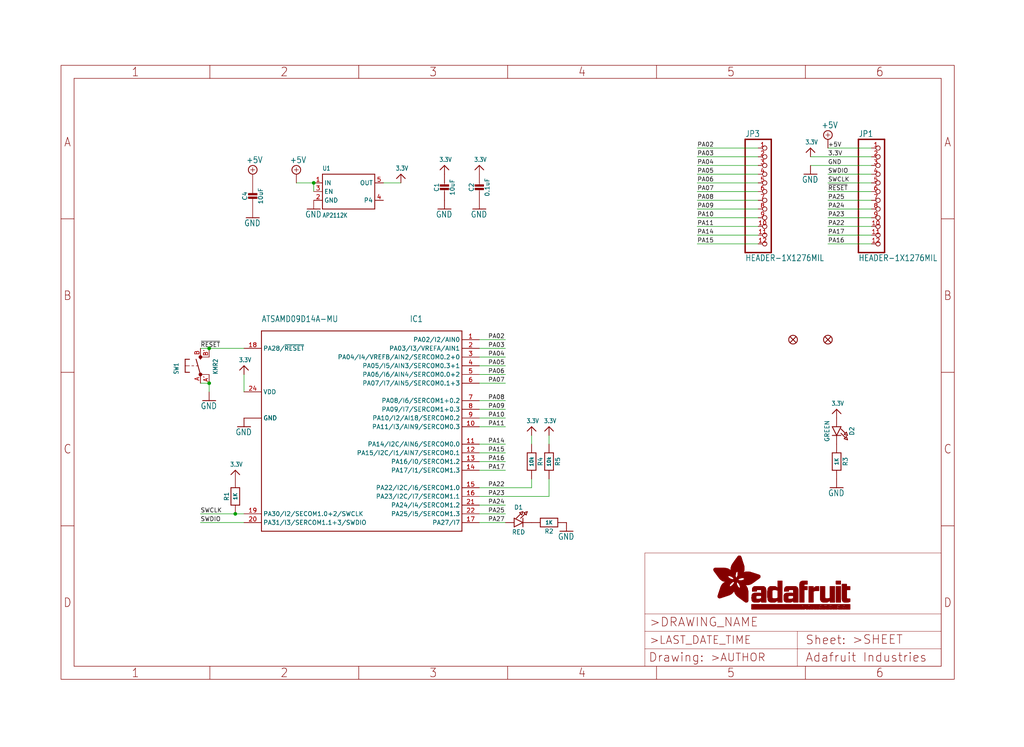
<source format=kicad_sch>
(kicad_sch (version 20211123) (generator eeschema)
  (paper "User" 298.45 217.881)
  (lib_symbols
    (symbol "schematicEagle-eagle-import:+5V" (power)
      (property "Value" "+5V" (at -1.905 3.175 0))
      (symbol "+5V_1_0"
        (pin power_in line (at 0 -2.54 90) (length 2.54) (name "+5V") (number "1"))
      )
    )
    (symbol "schematicEagle-eagle-import:3.3V" (power)
      (property "Value" "3.3V" (at -1.524 1.016 0))
      (symbol "3.3V_1_0"
        (pin power_in line (at 0 -2.54 90) (length 2.54) (name "3.3V") (number "1"))
      )
    )
    (symbol "schematicEagle-eagle-import:ATSAMD09D14A-MU"
      (property "Reference" "IC" (at 12.7 33.02 0))
      (property "Value" "ATSAMD09D14A-MU" (at -30.48 33.02 0))
      (symbol "ATSAMD09D14A-MU_1_0"
        (pin bidirectional line (at 33.02 27.94 180) (length 5.08) (name "PA02/I2/AIN0") (number "1"))
        (pin bidirectional line (at 33.02 2.54 180) (length 5.08) (name "PA11/I3/AIN9/SERCOM0.3") (number "10"))
        (pin bidirectional line (at 33.02 -2.54 180) (length 5.08) (name "PA14/I2C/AIN6/SERCOM0.0") (number "11"))
        (pin bidirectional line (at 33.02 -5.08 180) (length 5.08) (name "PA15/I2C/I1/AIN7/SERCOM0.1") (number "12"))
        (pin bidirectional line (at 33.02 -7.62 180) (length 5.08) (name "PA16/I0/SERCOM1.2") (number "13"))
        (pin bidirectional line (at 33.02 -10.16 180) (length 5.08) (name "PA17/I1/SERCOM1.3") (number "14"))
        (pin bidirectional line (at 33.02 -15.24 180) (length 5.08) (name "PA22/I2C/I6/SERCOM1.0") (number "15"))
        (pin bidirectional line (at 33.02 -17.78 180) (length 5.08) (name "PA23/I2C/I7/SERCOM1.1") (number "16"))
        (pin bidirectional line (at 33.02 -25.4 180) (length 5.08) (name "PA27/I7") (number "17"))
        (pin bidirectional line (at -35.56 25.4 0) (length 5.08) (name "PA28/~{RESET}") (number "18"))
        (pin bidirectional line (at -35.56 -22.86 0) (length 5.08) (name "PA30/I2/SECOM1.0+2/SWCLK") (number "19"))
        (pin bidirectional line (at 33.02 25.4 180) (length 5.08) (name "PA03/I3/VREFA/AIN1") (number "2"))
        (pin bidirectional line (at -35.56 -25.4 0) (length 5.08) (name "PA31/I3/SERCOM1.1+3/SWDIO") (number "20"))
        (pin bidirectional line (at 33.02 -20.32 180) (length 5.08) (name "PA24/I4/SERCOM1.2") (number "21"))
        (pin bidirectional line (at 33.02 -22.86 180) (length 5.08) (name "PA25/I5/SERCOM1.3") (number "22"))
        (pin power_in line (at -35.56 5.08 0) (length 5.08) (name "GND") (number "23"))
        (pin power_in line (at -35.56 12.7 0) (length 5.08) (name "VDD") (number "24"))
        (pin bidirectional line (at 33.02 22.86 180) (length 5.08) (name "PA04/I4/VREFB/AIN2/SERCOM0.2+0") (number "3"))
        (pin bidirectional line (at 33.02 20.32 180) (length 5.08) (name "PA05/I5/AIN3/SERCOM0.3+1") (number "4"))
        (pin bidirectional line (at 33.02 17.78 180) (length 5.08) (name "PA06/I6/AIN4/SERCOM0.0+2") (number "5"))
        (pin bidirectional line (at 33.02 15.24 180) (length 5.08) (name "PA07/I7/AIN5/SERCOM0.1+3") (number "6"))
        (pin bidirectional line (at 33.02 10.16 180) (length 5.08) (name "PA08/I6/SERCOM1+0.2") (number "7"))
        (pin bidirectional line (at 33.02 7.62 180) (length 5.08) (name "PA09/I7/SERCOM1+0.3") (number "8"))
        (pin bidirectional line (at 33.02 5.08 180) (length 5.08) (name "PA10/I2/AI18/SERCOM0.2") (number "9"))
        (pin power_in line (at -35.56 5.08 0) (length 5.08) (name "GND") (number "THERM"))
      )
    )
    (symbol "schematicEagle-eagle-import:CAP_CERAMIC0603_NO"
      (property "Reference" "C" (at -2.29 1.25 90))
      (property "Value" "CAP_CERAMIC0603_NO" (at 2.3 1.25 90))
      (symbol "CAP_CERAMIC0603_NO_1_0"
        (pin passive line (at 0 5.08 270) (length 2.54) (name "1") (number "1"))
        (pin passive line (at 0 -2.54 90) (length 2.54) (name "2") (number "2"))
      )
    )
    (symbol "schematicEagle-eagle-import:CAP_CERAMIC0805-NOOUTLINE"
      (property "Reference" "C" (at -2.29 1.25 90))
      (property "Value" "CAP_CERAMIC0805-NOOUTLINE" (at 2.3 1.25 90))
      (symbol "CAP_CERAMIC0805-NOOUTLINE_1_0"
        (pin passive line (at 0 5.08 270) (length 2.54) (name "1") (number "1"))
        (pin passive line (at 0 -2.54 90) (length 2.54) (name "2") (number "2"))
      )
    )
    (symbol "schematicEagle-eagle-import:FIDUCIAL{dblquote}{dblquote}")
    (symbol "schematicEagle-eagle-import:FRAME_A4_ADAFRUIT"
      (symbol "FRAME_A4_ADAFRUIT_0_0"
        (text "1" (at 21.6958 1.905 0) (effects (font (size 2.54 2.286))))
        (text "1" (at 21.6958 177.165 0) (effects (font (size 2.54 2.286))))
        (text "2" (at 65.0875 1.905 0) (effects (font (size 2.54 2.286))))
        (text "2" (at 65.0875 177.165 0) (effects (font (size 2.54 2.286))))
        (text "3" (at 108.4792 1.905 0) (effects (font (size 2.54 2.286))))
        (text "3" (at 108.4792 177.165 0) (effects (font (size 2.54 2.286))))
        (text "4" (at 151.8708 1.905 0) (effects (font (size 2.54 2.286))))
        (text "4" (at 151.8708 177.165 0) (effects (font (size 2.54 2.286))))
        (text "5" (at 195.2625 1.905 0) (effects (font (size 2.54 2.286))))
        (text "5" (at 195.2625 177.165 0) (effects (font (size 2.54 2.286))))
        (text "6" (at 238.6542 1.905 0) (effects (font (size 2.54 2.286))))
        (text "6" (at 238.6542 177.165 0) (effects (font (size 2.54 2.286))))
        (text "A" (at 1.905 156.6863 0) (effects (font (size 2.54 2.286))))
        (text "A" (at 258.445 156.6863 0) (effects (font (size 2.54 2.286))))
        (text "B" (at 1.905 111.9188 0) (effects (font (size 2.54 2.286))))
        (text "B" (at 258.445 111.9188 0) (effects (font (size 2.54 2.286))))
        (text "C" (at 1.905 67.1513 0) (effects (font (size 2.54 2.286))))
        (text "C" (at 258.445 67.1513 0) (effects (font (size 2.54 2.286))))
        (text "D" (at 1.905 22.3838 0) (effects (font (size 2.54 2.286))))
        (text "D" (at 258.445 22.3838 0) (effects (font (size 2.54 2.286))))
      )
      (symbol "FRAME_A4_ADAFRUIT_1_0"
        (text ">AUTHOR" (at 189.23 5.08 0) (effects (font (size 2.286 2.286)) (justify left bottom)))
        (text ">DRAWING_NAME" (at 171.45 15.24 0) (effects (font (size 2.54 2.54)) (justify left bottom)))
        (text ">LAST_DATE_TIME" (at 171.45 10.16 0) (effects (font (size 2.286 2.286)) (justify left bottom)))
        (text ">SHEET" (at 230.505 10.16 0) (effects (font (size 2.54 2.54)) (justify left bottom)))
        (text "Adafruit Industries" (at 216.916 4.953 0) (effects (font (size 2.54 2.54)) (justify left bottom)))
        (text "Drawing:" (at 171.196 4.953 0) (effects (font (size 2.54 2.54)) (justify left bottom)))
        (text "Sheet:" (at 216.916 10.033 0) (effects (font (size 2.54 2.54)) (justify left bottom)))
      )
    )
    (symbol "schematicEagle-eagle-import:GND" (power)
      (property "Value" "GND" (at -2.54 -2.54 0))
      (symbol "GND_1_0"
        (pin power_in line (at 0 2.54 270) (length 2.54) (name "GND") (number "1"))
      )
    )
    (symbol "schematicEagle-eagle-import:HEADER-1X1276MIL"
      (property "Reference" "JP" (at -6.35 18.415 0))
      (property "Value" "HEADER-1X1276MIL" (at -6.35 -17.78 0))
      (symbol "HEADER-1X1276MIL_1_0"
        (pin passive inverted (at -2.54 15.24 0) (length 2.54) (name "1") (number "1"))
        (pin passive inverted (at -2.54 -7.62 0) (length 2.54) (name "10") (number "10"))
        (pin passive inverted (at -2.54 -10.16 0) (length 2.54) (name "11") (number "11"))
        (pin passive inverted (at -2.54 -12.7 0) (length 2.54) (name "12") (number "12"))
        (pin passive inverted (at -2.54 12.7 0) (length 2.54) (name "2") (number "2"))
        (pin passive inverted (at -2.54 10.16 0) (length 2.54) (name "3") (number "3"))
        (pin passive inverted (at -2.54 7.62 0) (length 2.54) (name "4") (number "4"))
        (pin passive inverted (at -2.54 5.08 0) (length 2.54) (name "5") (number "5"))
        (pin passive inverted (at -2.54 2.54 0) (length 2.54) (name "6") (number "6"))
        (pin passive inverted (at -2.54 0 0) (length 2.54) (name "7") (number "7"))
        (pin passive inverted (at -2.54 -2.54 0) (length 2.54) (name "8") (number "8"))
        (pin passive inverted (at -2.54 -5.08 0) (length 2.54) (name "9") (number "9"))
      )
    )
    (symbol "schematicEagle-eagle-import:LED0805_NOOUTLINE"
      (property "Reference" "D" (at -1.27 4.445 0))
      (property "Value" "LED0805_NOOUTLINE" (at -1.27 -2.794 0))
      (symbol "LED0805_NOOUTLINE_1_0"
        (pin passive line (at -5.08 0 0) (length 2.54) (name "A") (number "A"))
        (pin passive line (at 2.54 0 180) (length 2.54) (name "C") (number "C"))
      )
    )
    (symbol "schematicEagle-eagle-import:RESISTOR_0603_NOOUT"
      (property "Reference" "R" (at 0 2.54 0))
      (property "Value" "RESISTOR_0603_NOOUT" (at 0 0 0))
      (symbol "RESISTOR_0603_NOOUT_1_0"
        (pin passive line (at -5.08 0 0) (length 2.54) (name "1") (number "1"))
        (pin passive line (at 5.08 0 180) (length 2.54) (name "2") (number "2"))
      )
    )
    (symbol "schematicEagle-eagle-import:SWITCH_TACT_SMT4.6X2.8"
      (property "Reference" "SW" (at -2.54 6.35 0))
      (property "Value" "SWITCH_TACT_SMT4.6X2.8" (at -2.54 -5.08 0))
      (symbol "SWITCH_TACT_SMT4.6X2.8_1_0"
        (pin passive line (at -5.08 0 0) (length 2.54) (name "P") (number "A"))
        (pin passive line (at -5.08 -2.54 0) (length 2.54) (name "P1") (number "A'"))
        (pin passive line (at 5.08 0 180) (length 2.54) (name "S") (number "B"))
        (pin passive line (at 5.08 -2.54 180) (length 2.54) (name "S1") (number "B'"))
      )
    )
    (symbol "schematicEagle-eagle-import:VREG_SOT23-5"
      (property "Reference" "U" (at -7.62 6.096 0))
      (property "Value" "VREG_SOT23-5" (at -7.62 -7.62 0))
      (symbol "VREG_SOT23-5_1_0"
        (pin power_in line (at -10.16 2.54 0) (length 2.54) (name "IN") (number "1"))
        (pin power_in line (at -10.16 -2.54 0) (length 2.54) (name "GND") (number "2"))
        (pin input line (at -10.16 0 0) (length 2.54) (name "EN") (number "3"))
        (pin bidirectional line (at 10.16 -2.54 180) (length 2.54) (name "P4") (number "4"))
        (pin power_in line (at 10.16 2.54 180) (length 2.54) (name "OUT") (number "5"))
      )
    )
  )
  (junction (at 60.96 111.76))
  (junction (at 91.44 53.34))
  (junction (at 68.58 149.86))
  (junction (at 60.96 101.6))
  (wire (pts (xy 147.32 124.46) (xy 139.7 124.46)))
  (wire (pts (xy 91.44 53.34) (xy 86.36 53.34)))
  (wire (pts (xy 254 68.58) (xy 241.3 68.58)))
  (wire (pts (xy 58.42 111.76) (xy 60.96 111.76)))
  (wire (pts (xy 154.94 142.24) (xy 154.94 139.7)))
  (wire (pts (xy 91.44 55.88) (xy 91.44 53.34)))
  (wire (pts (xy 71.12 109.22) (xy 71.12 114.3)))
  (wire (pts (xy 220.98 60.96) (xy 203.2 60.96)))
  (wire (pts (xy 60.96 101.6) (xy 58.42 101.6)))
  (wire (pts (xy 203.2 58.42) (xy 220.98 58.42)))
  (wire (pts (xy 236.22 48.26) (xy 254 48.26)))
  (wire (pts (xy 154.94 129.54) (xy 154.94 127)))
  (wire (pts (xy 147.32 132.08) (xy 139.7 132.08)))
  (wire (pts (xy 71.12 152.4) (xy 58.42 152.4)))
  (wire (pts (xy 139.7 152.4) (xy 147.32 152.4)))
  (wire (pts (xy 60.96 111.76) (xy 60.96 114.3)))
  (wire (pts (xy 203.2 71.12) (xy 220.98 71.12)))
  (wire (pts (xy 147.32 106.68) (xy 139.7 106.68)))
  (wire (pts (xy 254 63.5) (xy 241.3 63.5)))
  (wire (pts (xy 203.2 48.26) (xy 220.98 48.26)))
  (wire (pts (xy 241.3 55.88) (xy 254 55.88)))
  (wire (pts (xy 139.7 142.24) (xy 154.94 142.24)))
  (wire (pts (xy 254 45.72) (xy 236.22 45.72)))
  (wire (pts (xy 254 53.34) (xy 241.3 53.34)))
  (wire (pts (xy 220.98 43.18) (xy 203.2 43.18)))
  (wire (pts (xy 241.3 43.18) (xy 254 43.18)))
  (wire (pts (xy 139.7 116.84) (xy 147.32 116.84)))
  (wire (pts (xy 139.7 99.06) (xy 147.32 99.06)))
  (wire (pts (xy 147.32 111.76) (xy 139.7 111.76)))
  (wire (pts (xy 220.98 55.88) (xy 203.2 55.88)))
  (wire (pts (xy 139.7 147.32) (xy 147.32 147.32)))
  (wire (pts (xy 254 50.8) (xy 241.3 50.8)))
  (wire (pts (xy 241.3 66.04) (xy 254 66.04)))
  (wire (pts (xy 139.7 109.22) (xy 147.32 109.22)))
  (wire (pts (xy 220.98 50.8) (xy 203.2 50.8)))
  (wire (pts (xy 139.7 121.92) (xy 147.32 121.92)))
  (wire (pts (xy 147.32 101.6) (xy 139.7 101.6)))
  (wire (pts (xy 220.98 45.72) (xy 203.2 45.72)))
  (wire (pts (xy 139.7 129.54) (xy 147.32 129.54)))
  (wire (pts (xy 58.42 149.86) (xy 68.58 149.86)))
  (wire (pts (xy 116.84 53.34) (xy 111.76 53.34)))
  (wire (pts (xy 71.12 101.6) (xy 60.96 101.6)))
  (wire (pts (xy 160.02 129.54) (xy 160.02 127)))
  (wire (pts (xy 139.7 134.62) (xy 147.32 134.62)))
  (wire (pts (xy 160.02 144.78) (xy 160.02 139.7)))
  (wire (pts (xy 254 58.42) (xy 241.3 58.42)))
  (wire (pts (xy 241.3 71.12) (xy 254 71.12)))
  (wire (pts (xy 220.98 66.04) (xy 203.2 66.04)))
  (wire (pts (xy 220.98 68.58) (xy 203.2 68.58)))
  (wire (pts (xy 203.2 63.5) (xy 220.98 63.5)))
  (wire (pts (xy 241.3 60.96) (xy 254 60.96)))
  (wire (pts (xy 147.32 137.16) (xy 139.7 137.16)))
  (wire (pts (xy 139.7 104.14) (xy 147.32 104.14)))
  (wire (pts (xy 139.7 144.78) (xy 160.02 144.78)))
  (wire (pts (xy 147.32 119.38) (xy 139.7 119.38)))
  (wire (pts (xy 203.2 53.34) (xy 220.98 53.34)))
  (wire (pts (xy 68.58 149.86) (xy 71.12 149.86)))
  (wire (pts (xy 147.32 149.86) (xy 139.7 149.86)))
  (label "PA15" (at 142.24 132.08 0) (effects (font (size 1.2446 1.2446))))
  (label "~{RESET}" (at 58.42 101.6 0) (effects (font (size 1.2446 1.2446))))
  (label "PA24" (at 241.3 60.96 0) (effects (font (size 1.2446 1.2446))))
  (label "PA09" (at 203.2 60.96 0) (effects (font (size 1.2446 1.2446))))
  (label "PA05" (at 203.2 50.8 0) (effects (font (size 1.2446 1.2446))))
  (label "PA08" (at 142.24 116.84 0) (effects (font (size 1.2446 1.2446))))
  (label "PA15" (at 203.2 71.12 0) (effects (font (size 1.2446 1.2446))))
  (label "PA03" (at 142.24 101.6 0) (effects (font (size 1.2446 1.2446))))
  (label "PA08" (at 203.2 58.42 0) (effects (font (size 1.2446 1.2446))))
  (label "PA04" (at 203.2 48.26 0) (effects (font (size 1.2446 1.2446))))
  (label "PA02" (at 203.2 43.18 0) (effects (font (size 1.2446 1.2446))))
  (label "PA16" (at 142.24 134.62 0) (effects (font (size 1.2446 1.2446))))
  (label "PA23" (at 241.3 63.5 0) (effects (font (size 1.2446 1.2446))))
  (label "SWDIO" (at 58.42 152.4 0) (effects (font (size 1.2446 1.2446))))
  (label "PA25" (at 241.3 58.42 0) (effects (font (size 1.2446 1.2446))))
  (label "PA23" (at 142.24 144.78 0) (effects (font (size 1.2446 1.2446))))
  (label "PA17" (at 142.24 137.16 0) (effects (font (size 1.2446 1.2446))))
  (label "PA25" (at 142.24 149.86 0) (effects (font (size 1.2446 1.2446))))
  (label "PA06" (at 203.2 53.34 0) (effects (font (size 1.2446 1.2446))))
  (label "PA24" (at 142.24 147.32 0) (effects (font (size 1.2446 1.2446))))
  (label "PA22" (at 142.24 142.24 0) (effects (font (size 1.2446 1.2446))))
  (label "3.3V" (at 241.3 45.72 0) (effects (font (size 1.2446 1.2446))))
  (label "PA22" (at 241.3 66.04 0) (effects (font (size 1.2446 1.2446))))
  (label "PA09" (at 142.24 119.38 0) (effects (font (size 1.2446 1.2446))))
  (label "PA11" (at 203.2 66.04 0) (effects (font (size 1.2446 1.2446))))
  (label "PA03" (at 203.2 45.72 0) (effects (font (size 1.2446 1.2446))))
  (label "PA27" (at 142.24 152.4 0) (effects (font (size 1.2446 1.2446))))
  (label "PA10" (at 203.2 63.5 0) (effects (font (size 1.2446 1.2446))))
  (label "PA05" (at 142.24 106.68 0) (effects (font (size 1.2446 1.2446))))
  (label "PA02" (at 142.24 99.06 0) (effects (font (size 1.2446 1.2446))))
  (label "PA10" (at 142.24 121.92 0) (effects (font (size 1.2446 1.2446))))
  (label "PA14" (at 142.24 129.54 0) (effects (font (size 1.2446 1.2446))))
  (label "PA14" (at 203.2 68.58 0) (effects (font (size 1.2446 1.2446))))
  (label "~{RESET}" (at 241.3 55.88 0) (effects (font (size 1.2446 1.2446))))
  (label "+5V" (at 241.3 43.18 0) (effects (font (size 1.2446 1.2446))))
  (label "SWCLK" (at 58.42 149.86 0) (effects (font (size 1.2446 1.2446))))
  (label "SWCLK" (at 241.3 53.34 0) (effects (font (size 1.2446 1.2446))))
  (label "SWDIO" (at 241.3 50.8 0) (effects (font (size 1.2446 1.2446))))
  (label "PA16" (at 241.3 71.12 0) (effects (font (size 1.2446 1.2446))))
  (label "PA11" (at 142.24 124.46 0) (effects (font (size 1.2446 1.2446))))
  (label "GND" (at 241.3 48.26 0) (effects (font (size 1.2446 1.2446))))
  (label "PA04" (at 142.24 104.14 0) (effects (font (size 1.2446 1.2446))))
  (label "PA17" (at 241.3 68.58 0) (effects (font (size 1.2446 1.2446))))
  (label "PA07" (at 142.24 111.76 0) (effects (font (size 1.2446 1.2446))))
  (label "PA06" (at 142.24 109.22 0) (effects (font (size 1.2446 1.2446))))
  (label "PA07" (at 203.2 55.88 0) (effects (font (size 1.2446 1.2446))))
  (symbol (lib_id "schematicEagle-eagle-import:GND") (at 236.22 50.8 0) (unit 1)
    (property "Reference" "#GND9" (effects hide))
    (property "Value" "GND" (at 233.68 53.34 0) (effects (font (size 1.778 1.5113)) (justify left bottom)))
    (property "Footprint" "schematicEagle:" (effects hide))
  )
  (symbol (lib_id "schematicEagle-eagle-import:GND") (at 73.66 63.5 0) (unit 1)
    (property "Reference" "#GND7" (effects hide))
    (property "Value" "GND" (at 71.12 66.04 0) (effects (font (size 1.778 1.5113)) (justify left bottom)))
    (property "Footprint" "schematicEagle:" (effects hide))
  )
  (symbol (lib_id "schematicEagle-eagle-import:RESISTOR_0603_NOOUT") (at 160.02 152.4 180) (unit 1)
    (property "Reference" "R2" (at 160.02 154.94 0))
    (property "Value" "1K" (at 160.02 152.4 0) (effects (font (size 1.016 1.016) bold)))
    (property "Footprint" "schematicEagle:0603-NO" (effects hide))
  )
  (symbol (lib_id "schematicEagle-eagle-import:+5V") (at 241.3 40.64 0) (unit 1)
    (property "Reference" "#SUPPLY3" (effects hide))
    (property "Value" "+5V" (at 239.395 37.465 0) (effects (font (size 1.778 1.5113)) (justify left bottom)))
    (property "Footprint" "schematicEagle:" (effects hide))
  )
  (symbol (lib_id "schematicEagle-eagle-import:3.3V") (at 139.7 48.26 0) (unit 1)
    (property "Reference" "#U$5" (effects hide))
    (property "Value" "3.3V" (at 138.176 47.244 0) (effects (font (size 1.27 1.0795)) (justify left bottom)))
    (property "Footprint" "schematicEagle:" (effects hide))
  )
  (symbol (lib_id "schematicEagle-eagle-import:FIDUCIAL{dblquote}{dblquote}") (at 241.3 99.06 0) (unit 1)
    (property "Reference" "FID2" (effects hide))
    (property "Value" "FIDUCIAL{dblquote}{dblquote}" (effects hide))
    (property "Footprint" "schematicEagle:FIDUCIAL_1MM" (effects hide))
  )
  (symbol (lib_id "schematicEagle-eagle-import:+5V") (at 86.36 50.8 0) (unit 1)
    (property "Reference" "#SUPPLY1" (effects hide))
    (property "Value" "+5V" (at 84.455 47.625 0) (effects (font (size 1.778 1.5113)) (justify left bottom)))
    (property "Footprint" "schematicEagle:" (effects hide))
  )
  (symbol (lib_id "schematicEagle-eagle-import:RESISTOR_0603_NOOUT") (at 154.94 134.62 270) (unit 1)
    (property "Reference" "R4" (at 157.48 134.62 0))
    (property "Value" "10k" (at 154.94 134.62 0) (effects (font (size 1.016 1.016) bold)))
    (property "Footprint" "schematicEagle:0603-NO" (effects hide))
  )
  (symbol (lib_id "schematicEagle-eagle-import:VREG_SOT23-5") (at 101.6 55.88 0) (unit 1)
    (property "Reference" "U1" (at 93.98 49.784 0) (effects (font (size 1.27 1.0795)) (justify left bottom)))
    (property "Value" "AP2112K" (at 93.98 63.5 0) (effects (font (size 1.27 1.0795)) (justify left bottom)))
    (property "Footprint" "schematicEagle:SOT23-5" (effects hide))
  )
  (symbol (lib_id "schematicEagle-eagle-import:FIDUCIAL{dblquote}{dblquote}") (at 231.14 99.06 0) (unit 1)
    (property "Reference" "FID1" (effects hide))
    (property "Value" "FIDUCIAL{dblquote}{dblquote}" (effects hide))
    (property "Footprint" "schematicEagle:FIDUCIAL_1MM" (effects hide))
  )
  (symbol (lib_id "schematicEagle-eagle-import:HEADER-1X1276MIL") (at 256.54 58.42 0) (unit 1)
    (property "Reference" "JP1" (at 250.19 40.005 0) (effects (font (size 1.778 1.5113)) (justify left bottom)))
    (property "Value" "HEADER-1X1276MIL" (at 250.19 76.2 0) (effects (font (size 1.778 1.5113)) (justify left bottom)))
    (property "Footprint" "schematicEagle:1X12_ROUND_76MIL" (effects hide))
  )
  (symbol (lib_id "schematicEagle-eagle-import:GND") (at 71.12 124.46 0) (unit 1)
    (property "Reference" "#GND1" (effects hide))
    (property "Value" "GND" (at 68.58 127 0) (effects (font (size 1.778 1.5113)) (justify left bottom)))
    (property "Footprint" "schematicEagle:" (effects hide))
  )
  (symbol (lib_id "schematicEagle-eagle-import:3.3V") (at 154.94 124.46 0) (unit 1)
    (property "Reference" "#U$6" (effects hide))
    (property "Value" "3.3V" (at 153.416 123.444 0) (effects (font (size 1.27 1.0795)) (justify left bottom)))
    (property "Footprint" "schematicEagle:" (effects hide))
  )
  (symbol (lib_id "schematicEagle-eagle-import:RESISTOR_0603_NOOUT") (at 160.02 134.62 270) (unit 1)
    (property "Reference" "R5" (at 162.56 134.62 0))
    (property "Value" "10k" (at 160.02 134.62 0) (effects (font (size 1.016 1.016) bold)))
    (property "Footprint" "schematicEagle:0603-NO" (effects hide))
  )
  (symbol (lib_id "schematicEagle-eagle-import:RESISTOR_0603_NOOUT") (at 68.58 144.78 90) (unit 1)
    (property "Reference" "R1" (at 66.04 144.78 0))
    (property "Value" "1K" (at 68.58 144.78 0) (effects (font (size 1.016 1.016) bold)))
    (property "Footprint" "schematicEagle:0603-NO" (effects hide))
  )
  (symbol (lib_id "schematicEagle-eagle-import:CAP_CERAMIC0603_NO") (at 139.7 55.88 0) (unit 1)
    (property "Reference" "C2" (at 137.41 54.63 90))
    (property "Value" "0.1uF" (at 142 54.63 90))
    (property "Footprint" "schematicEagle:0603-NO" (effects hide))
  )
  (symbol (lib_id "schematicEagle-eagle-import:GND") (at 139.7 60.96 0) (unit 1)
    (property "Reference" "#GND5" (effects hide))
    (property "Value" "GND" (at 137.16 63.5 0) (effects (font (size 1.778 1.5113)) (justify left bottom)))
    (property "Footprint" "schematicEagle:" (effects hide))
  )
  (symbol (lib_id "schematicEagle-eagle-import:3.3V") (at 236.22 43.18 0) (unit 1)
    (property "Reference" "#U$9" (effects hide))
    (property "Value" "3.3V" (at 234.696 42.164 0) (effects (font (size 1.27 1.0795)) (justify left bottom)))
    (property "Footprint" "schematicEagle:" (effects hide))
  )
  (symbol (lib_id "schematicEagle-eagle-import:HEADER-1X1276MIL") (at 223.52 58.42 0) (unit 1)
    (property "Reference" "JP3" (at 217.17 40.005 0) (effects (font (size 1.778 1.5113)) (justify left bottom)))
    (property "Value" "HEADER-1X1276MIL" (at 217.17 76.2 0) (effects (font (size 1.778 1.5113)) (justify left bottom)))
    (property "Footprint" "schematicEagle:1X12_ROUND_76MIL" (effects hide))
  )
  (symbol (lib_id "schematicEagle-eagle-import:3.3V") (at 243.84 119.38 0) (unit 1)
    (property "Reference" "#U$10" (effects hide))
    (property "Value" "3.3V" (at 242.316 118.364 0) (effects (font (size 1.27 1.0795)) (justify left bottom)))
    (property "Footprint" "schematicEagle:" (effects hide))
  )
  (symbol (lib_id "schematicEagle-eagle-import:3.3V") (at 68.58 137.16 0) (unit 1)
    (property "Reference" "#U$8" (effects hide))
    (property "Value" "3.3V" (at 67.056 136.144 0) (effects (font (size 1.27 1.0795)) (justify left bottom)))
    (property "Footprint" "schematicEagle:" (effects hide))
  )
  (symbol (lib_id "schematicEagle-eagle-import:CAP_CERAMIC0805-NOOUTLINE") (at 73.66 58.42 0) (unit 1)
    (property "Reference" "C4" (at 71.37 57.17 90))
    (property "Value" "10uF" (at 75.96 57.17 90))
    (property "Footprint" "schematicEagle:0805-NO" (effects hide))
  )
  (symbol (lib_id "schematicEagle-eagle-import:CAP_CERAMIC0805-NOOUTLINE") (at 129.54 55.88 0) (unit 1)
    (property "Reference" "C1" (at 127.25 54.63 90))
    (property "Value" "10uF" (at 131.84 54.63 90))
    (property "Footprint" "schematicEagle:0805-NO" (effects hide))
  )
  (symbol (lib_id "schematicEagle-eagle-import:ATSAMD09D14A-MU") (at 106.68 127 0) (unit 1)
    (property "Reference" "IC1" (at 119.38 93.98 0) (effects (font (size 1.778 1.5113)) (justify left bottom)))
    (property "Value" "ATSAMD09D14A-MU" (at 76.2 93.98 0) (effects (font (size 1.778 1.5113)) (justify left bottom)))
    (property "Footprint" "schematicEagle:QFN24_4MM" (effects hide))
  )
  (symbol (lib_id "schematicEagle-eagle-import:FRAME_A4_ADAFRUIT") (at 17.78 198.12 0) (unit 1)
    (property "Reference" "#U$1" (effects hide))
    (property "Value" "FRAME_A4_ADAFRUIT" (effects hide))
    (property "Footprint" "schematicEagle:" (effects hide))
  )
  (symbol (lib_id "schematicEagle-eagle-import:3.3V") (at 71.12 106.68 0) (unit 1)
    (property "Reference" "#U$3" (effects hide))
    (property "Value" "3.3V" (at 69.596 105.664 0) (effects (font (size 1.27 1.0795)) (justify left bottom)))
    (property "Footprint" "schematicEagle:" (effects hide))
  )
  (symbol (lib_id "schematicEagle-eagle-import:GND") (at 165.1 154.94 0) (unit 1)
    (property "Reference" "#GND10" (effects hide))
    (property "Value" "GND" (at 162.56 157.48 0) (effects (font (size 1.778 1.5113)) (justify left bottom)))
    (property "Footprint" "schematicEagle:" (effects hide))
  )
  (symbol (lib_id "schematicEagle-eagle-import:GND") (at 243.84 142.24 0) (unit 1)
    (property "Reference" "#GND11" (effects hide))
    (property "Value" "GND" (at 241.3 144.78 0) (effects (font (size 1.778 1.5113)) (justify left bottom)))
    (property "Footprint" "schematicEagle:" (effects hide))
  )
  (symbol (lib_id "schematicEagle-eagle-import:+5V") (at 73.66 50.8 0) (unit 1)
    (property "Reference" "#SUPPLY2" (effects hide))
    (property "Value" "+5V" (at 71.755 47.625 0) (effects (font (size 1.778 1.5113)) (justify left bottom)))
    (property "Footprint" "schematicEagle:" (effects hide))
  )
  (symbol (lib_id "schematicEagle-eagle-import:RESISTOR_0603_NOOUT") (at 243.84 134.62 270) (unit 1)
    (property "Reference" "R3" (at 246.38 134.62 0))
    (property "Value" "1K" (at 243.84 134.62 0) (effects (font (size 1.016 1.016) bold)))
    (property "Footprint" "schematicEagle:0603-NO" (effects hide))
  )
  (symbol (lib_id "schematicEagle-eagle-import:SWITCH_TACT_SMT4.6X2.8") (at 58.42 106.68 90) (unit 1)
    (property "Reference" "SW1" (at 52.07 109.22 0) (effects (font (size 1.27 1.0795)) (justify left bottom)))
    (property "Value" "KMR2" (at 63.5 109.22 0) (effects (font (size 1.27 1.0795)) (justify left bottom)))
    (property "Footprint" "schematicEagle:BTN_KMR2_4.6X2.8" (effects hide))
  )
  (symbol (lib_id "schematicEagle-eagle-import:GND") (at 60.96 116.84 0) (unit 1)
    (property "Reference" "#GND8" (effects hide))
    (property "Value" "GND" (at 58.42 119.38 0) (effects (font (size 1.778 1.5113)) (justify left bottom)))
    (property "Footprint" "schematicEagle:" (effects hide))
  )
  (symbol (lib_id "schematicEagle-eagle-import:3.3V") (at 116.84 50.8 0) (unit 1)
    (property "Reference" "#U$2" (effects hide))
    (property "Value" "3.3V" (at 115.316 49.784 0) (effects (font (size 1.27 1.0795)) (justify left bottom)))
    (property "Footprint" "schematicEagle:" (effects hide))
  )
  (symbol (lib_id "schematicEagle-eagle-import:GND") (at 129.54 60.96 0) (unit 1)
    (property "Reference" "#GND4" (effects hide))
    (property "Value" "GND" (at 127 63.5 0) (effects (font (size 1.778 1.5113)) (justify left bottom)))
    (property "Footprint" "schematicEagle:" (effects hide))
  )
  (symbol (lib_id "schematicEagle-eagle-import:GND") (at 91.44 60.96 0) (unit 1)
    (property "Reference" "#GND3" (effects hide))
    (property "Value" "GND" (at 88.9 63.5 0) (effects (font (size 1.778 1.5113)) (justify left bottom)))
    (property "Footprint" "schematicEagle:" (effects hide))
  )
  (symbol (lib_id "schematicEagle-eagle-import:LED0805_NOOUTLINE") (at 243.84 127 270) (unit 1)
    (property "Reference" "D2" (at 248.285 125.73 0))
    (property "Value" "GREEN" (at 241.046 125.73 0))
    (property "Footprint" "schematicEagle:CHIPLED_0805_NOOUTLINE" (effects hide))
  )
  (symbol (lib_id "schematicEagle-eagle-import:3.3V") (at 160.02 124.46 0) (unit 1)
    (property "Reference" "#U$11" (effects hide))
    (property "Value" "3.3V" (at 158.496 123.444 0) (effects (font (size 1.27 1.0795)) (justify left bottom)))
    (property "Footprint" "schematicEagle:" (effects hide))
  )
  (symbol (lib_id "schematicEagle-eagle-import:LED0805_NOOUTLINE") (at 152.4 152.4 0) (unit 1)
    (property "Reference" "D1" (at 151.13 147.955 0))
    (property "Value" "RED" (at 151.13 155.194 0))
    (property "Footprint" "schematicEagle:CHIPLED_0805_NOOUTLINE" (effects hide))
  )
  (symbol (lib_id "schematicEagle-eagle-import:3.3V") (at 129.54 48.26 0) (unit 1)
    (property "Reference" "#U$4" (effects hide))
    (property "Value" "3.3V" (at 128.016 47.244 0) (effects (font (size 1.27 1.0795)) (justify left bottom)))
    (property "Footprint" "schematicEagle:" (effects hide))
  )
)
</source>
